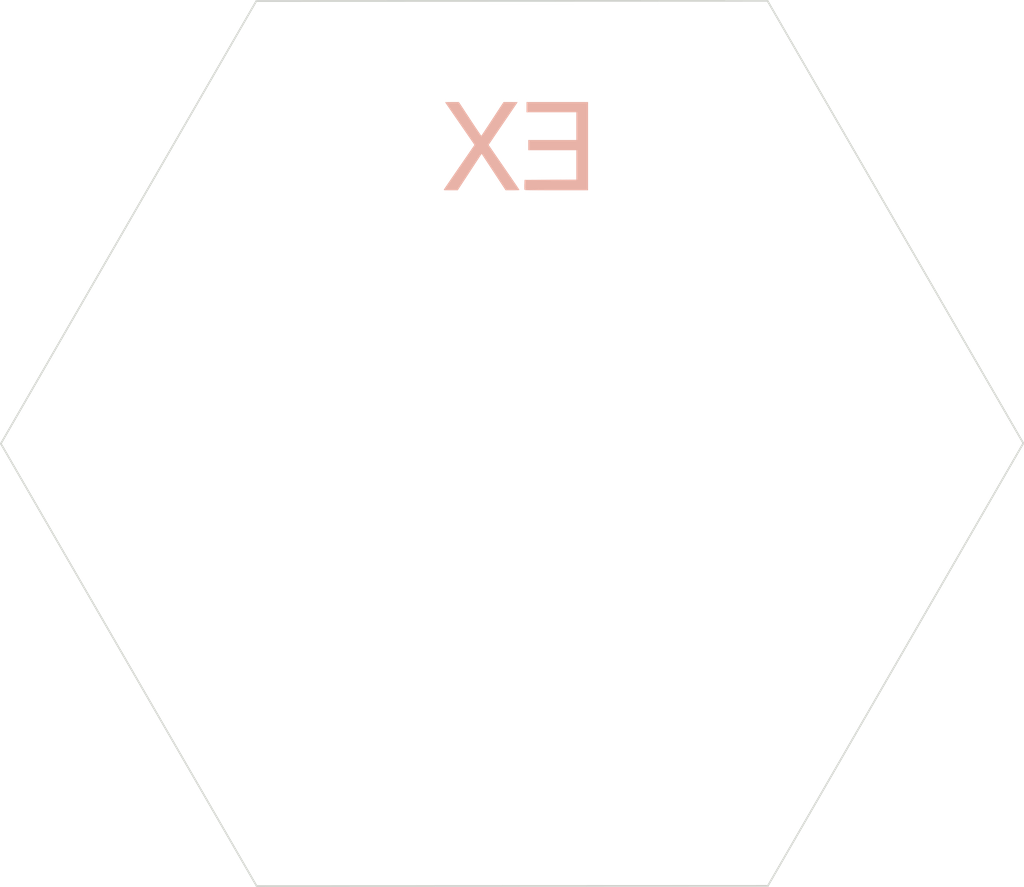
<source format=kicad_pcb>
(kicad_pcb (version 20171130) (host pcbnew 5.1.5+dfsg1-2build2)

  (general
    (thickness 1.6)
    (drawings 7)
    (tracks 0)
    (zones 0)
    (modules 2)
    (nets 1)
  )

  (page A4)
  (layers
    (0 F.Cu signal)
    (31 B.Cu signal)
    (32 B.Adhes user)
    (33 F.Adhes user)
    (34 B.Paste user)
    (35 F.Paste user)
    (36 B.SilkS user)
    (37 F.SilkS user)
    (38 B.Mask user)
    (39 F.Mask user)
    (40 Dwgs.User user)
    (41 Cmts.User user)
    (42 Eco1.User user)
    (43 Eco2.User user)
    (44 Edge.Cuts user)
    (45 Margin user)
    (46 B.CrtYd user)
    (47 F.CrtYd user)
    (48 B.Fab user)
    (49 F.Fab user)
  )

  (setup
    (last_trace_width 0.25)
    (trace_clearance 0.2)
    (zone_clearance 0.508)
    (zone_45_only no)
    (trace_min 0.2)
    (via_size 0.6)
    (via_drill 0.4)
    (via_min_size 0.4)
    (via_min_drill 0.3)
    (uvia_size 0.3)
    (uvia_drill 0.1)
    (uvias_allowed no)
    (uvia_min_size 0.2)
    (uvia_min_drill 0.1)
    (edge_width 0.15)
    (segment_width 0.2)
    (pcb_text_width 0.3)
    (pcb_text_size 1.5 1.5)
    (mod_edge_width 0.15)
    (mod_text_size 1 1)
    (mod_text_width 0.15)
    (pad_size 1.524 1.524)
    (pad_drill 0.762)
    (pad_to_mask_clearance 0.2)
    (aux_axis_origin 0 0)
    (visible_elements FFFFFF7F)
    (pcbplotparams
      (layerselection 0x010f0_ffffffff)
      (usegerberextensions false)
      (usegerberattributes false)
      (usegerberadvancedattributes false)
      (creategerberjobfile false)
      (excludeedgelayer true)
      (linewidth 0.100000)
      (plotframeref false)
      (viasonmask false)
      (mode 1)
      (useauxorigin false)
      (hpglpennumber 1)
      (hpglpenspeed 20)
      (hpglpendiameter 15.000000)
      (psnegative false)
      (psa4output false)
      (plotreference true)
      (plotvalue true)
      (plotinvisibletext false)
      (padsonsilk false)
      (subtractmaskfromsilk false)
      (outputformat 1)
      (mirror false)
      (drillshape 0)
      (scaleselection 1)
      (outputdirectory "gerbers/"))
  )

  (net 0 "")

  (net_class Default "This is the default net class."
    (clearance 0.2)
    (trace_width 0.25)
    (via_dia 0.6)
    (via_drill 0.4)
    (uvia_dia 0.3)
    (uvia_drill 0.1)
  )

  (module LOGO (layer F.Cu) (tedit 0) (tstamp 0)
    (at 0 0)
    (fp_text reference G*** (at 0 0) (layer F.SilkS) hide
      (effects (font (size 1.524 1.524) (thickness 0.3)))
    )
    (fp_text value LOGO (at 0.75 0) (layer F.SilkS) hide
      (effects (font (size 1.524 1.524) (thickness 0.3)))
    )
    (fp_poly (pts (xy -2.466389 -19.008386) (xy -2.345452 -18.824636) (xy -2.231295 -18.652196) (xy -2.126035 -18.494199)
      (xy -2.031794 -18.353779) (xy -1.95069 -18.23407) (xy -1.884844 -18.138205) (xy -1.836375 -18.069317)
      (xy -1.807402 -18.030541) (xy -1.799834 -18.023004) (xy -1.785937 -18.041864) (xy -1.751058 -18.092967)
      (xy -1.69733 -18.173089) (xy -1.626887 -18.279008) (xy -1.541863 -18.407502) (xy -1.444392 -18.555349)
      (xy -1.336607 -18.719325) (xy -1.220644 -18.896209) (xy -1.141561 -19.017085) (xy -0.497416 -20.002433)
      (xy -0.089958 -20.002467) (xy 0.036143 -20.002058) (xy 0.146378 -20.000899) (xy 0.234288 -19.999125)
      (xy 0.293414 -19.99687) (xy 0.317299 -19.994268) (xy 0.3175 -19.993999) (xy 0.305879 -19.975554)
      (xy 0.272281 -19.924951) (xy 0.218604 -19.844994) (xy 0.146744 -19.738485) (xy 0.058601 -19.608224)
      (xy -0.043928 -19.457015) (xy -0.158946 -19.287659) (xy -0.284555 -19.102958) (xy -0.418857 -18.905714)
      (xy -0.529166 -18.743874) (xy -0.668966 -18.538741) (xy -0.801562 -18.343947) (xy -0.925057 -18.162293)
      (xy -1.037553 -17.996582) (xy -1.137152 -17.849617) (xy -1.221957 -17.7242) (xy -1.29007 -17.623134)
      (xy -1.339593 -17.549221) (xy -1.368629 -17.505264) (xy -1.375833 -17.493568) (xy -1.364108 -17.475183)
      (xy -1.330176 -17.424693) (xy -1.275899 -17.344816) (xy -1.203143 -17.238271) (xy -1.113771 -17.107775)
      (xy -1.009647 -16.956047) (xy -0.892634 -16.785806) (xy -0.764596 -16.599769) (xy -0.627398 -16.400656)
      (xy -0.482903 -16.191184) (xy -0.47625 -16.181544) (xy -0.331376 -15.971383) (xy -0.193725 -15.771189)
      (xy -0.065166 -15.58371) (xy 0.052434 -15.411693) (xy 0.157208 -15.257886) (xy 0.247287 -15.125037)
      (xy 0.320806 -15.015893) (xy 0.375895 -14.933202) (xy 0.410687 -14.879712) (xy 0.423316 -14.858171)
      (xy 0.423334 -14.858018) (xy 0.402923 -14.850975) (xy 0.34469 -14.845214) (xy 0.253133 -14.840962)
      (xy 0.13275 -14.838445) (xy 0.023652 -14.837833) (xy -0.37603 -14.837833) (xy -1.080101 -15.907981)
      (xy -1.784173 -16.97813) (xy -2.07246 -16.53769) (xy -2.157809 -16.407307) (xy -2.260653 -16.250214)
      (xy -2.375293 -16.075116) (xy -2.496032 -15.890715) (xy -2.617169 -15.705716) (xy -2.733007 -15.528822)
      (xy -2.773138 -15.467541) (xy -3.185529 -14.837833) (xy -3.595279 -14.837833) (xy -3.736905 -14.838122)
      (xy -3.841437 -14.839293) (xy -3.914112 -14.841801) (xy -3.960166 -14.846103) (xy -3.984837 -14.852654)
      (xy -3.993361 -14.861911) (xy -3.991783 -14.872351) (xy -3.977867 -14.895007) (xy -3.941781 -14.94967)
      (xy -3.88544 -15.033534) (xy -3.810758 -15.143792) (xy -3.719649 -15.277637) (xy -3.614028 -15.432262)
      (xy -3.495808 -15.604859) (xy -3.366904 -15.792623) (xy -3.22923 -15.992744) (xy -3.089935 -16.19483)
      (xy -2.946064 -16.403501) (xy -2.809417 -16.601969) (xy -2.681869 -16.787493) (xy -2.565296 -16.957332)
      (xy -2.461572 -17.108745) (xy -2.372574 -17.238992) (xy -2.300176 -17.345332) (xy -2.246254 -17.425026)
      (xy -2.212682 -17.475332) (xy -2.201333 -17.493485) (xy -2.213081 -17.512212) (xy -2.247047 -17.562926)
      (xy -2.301313 -17.642838) (xy -2.373964 -17.749155) (xy -2.463083 -17.879085) (xy -2.566751 -18.029838)
      (xy -2.683054 -18.198621) (xy -2.810073 -18.382644) (xy -2.945893 -18.579114) (xy -3.058583 -18.741913)
      (xy -3.200025 -18.946289) (xy -3.334185 -19.140448) (xy -3.459148 -19.321598) (xy -3.572995 -19.486945)
      (xy -3.673811 -19.633695) (xy -3.759678 -19.759054) (xy -3.828678 -19.86023) (xy -3.878895 -19.934429)
      (xy -3.908412 -19.978857) (xy -3.915833 -19.991073) (xy -3.895755 -19.994647) (xy -3.839876 -19.997764)
      (xy -3.754726 -20.000236) (xy -3.646835 -20.001877) (xy -3.522735 -20.002499) (xy -3.517325 -20.0025)
      (xy -3.118816 -20.0025) (xy -2.466389 -19.008386)) (layer B.SilkS) (width 0.01))
    (fp_poly (pts (xy 4.445 -14.837833) (xy 2.592253 -14.837833) (xy 2.260029 -14.837935) (xy 1.967813 -14.838262)
      (xy 1.713278 -14.83885) (xy 1.4941 -14.839733) (xy 1.307952 -14.840945) (xy 1.152509 -14.842521)
      (xy 1.025445 -14.844496) (xy 0.924434 -14.846902) (xy 0.847151 -14.849776) (xy 0.791271 -14.853151)
      (xy 0.754467 -14.857062) (xy 0.734414 -14.861543) (xy 0.728922 -14.865411) (xy 0.725378 -14.896079)
      (xy 0.723283 -14.960099) (xy 0.722775 -15.048511) (xy 0.723992 -15.152354) (xy 0.724295 -15.167036)
      (xy 0.73025 -15.441083) (xy 2.248959 -15.446515) (xy 3.767667 -15.451947) (xy 3.767667 -17.187333)
      (xy 0.9525 -17.187333) (xy 0.9525 -17.78) (xy 3.767667 -17.78) (xy 3.767667 -19.409833)
      (xy 0.846667 -19.409833) (xy 0.846667 -20.0025) (xy 4.445 -20.0025) (xy 4.445 -14.837833)) (layer B.SilkS) (width 0.01))
  )

  (module LOGO (layer F.Cu) (tedit 0) (tstamp 0)
    (at 0 0)
    (fp_text reference G*** (at 0 0) (layer F.SilkS) hide
      (effects (font (size 1.524 1.524) (thickness 0.3)))
    )
    (fp_text value LOGO (at 0.75 0) (layer F.SilkS) hide
      (effects (font (size 1.524 1.524) (thickness 0.3)))
    )
    (fp_poly (pts (xy 22.458494 -12.977161) (xy 22.856046 -12.289173) (xy 23.248338 -11.61022) (xy 23.634839 -10.941225)
      (xy 24.015015 -10.283111) (xy 24.388334 -9.636802) (xy 24.754263 -9.003221) (xy 25.112269 -8.383293)
      (xy 25.46182 -7.777941) (xy 25.802382 -7.188088) (xy 26.133424 -6.614659) (xy 26.454412 -6.058576)
      (xy 26.764813 -5.520764) (xy 27.064095 -5.002145) (xy 27.351725 -4.503644) (xy 27.627171 -4.026185)
      (xy 27.889899 -3.57069) (xy 28.139376 -3.138084) (xy 28.375071 -2.72929) (xy 28.59645 -2.345231)
      (xy 28.802981 -1.986832) (xy 28.99413 -1.655016) (xy 29.169366 -1.350706) (xy 29.328154 -1.074827)
      (xy 29.469964 -0.828301) (xy 29.594261 -0.612053) (xy 29.700513 -0.427006) (xy 29.788188 -0.274083)
      (xy 29.856752 -0.154209) (xy 29.905673 -0.068307) (xy 29.934418 -0.0173) (xy 29.942599 -0.001994)
      (xy 29.928875 0.022299) (xy 29.894732 0.081968) (xy 29.840821 0.175887) (xy 29.767792 0.302926)
      (xy 29.676296 0.461959) (xy 29.566983 0.651857) (xy 29.440504 0.871493) (xy 29.29751 1.119739)
      (xy 29.138651 1.395467) (xy 28.964578 1.69755) (xy 28.775942 2.02486) (xy 28.573393 2.376269)
      (xy 28.357581 2.750649) (xy 28.129159 3.146873) (xy 27.888775 3.563812) (xy 27.637081 4.00034)
      (xy 27.374728 4.455328) (xy 27.102365 4.927648) (xy 26.820645 5.416173) (xy 26.530216 5.919776)
      (xy 26.231731 6.437328) (xy 25.925839 6.967701) (xy 25.613192 7.509768) (xy 25.294439 8.062401)
      (xy 24.970232 8.624473) (xy 24.641221 9.194855) (xy 24.308057 9.772421) (xy 23.97139 10.356041)
      (xy 23.631872 10.944588) (xy 23.290152 11.536936) (xy 22.946881 12.131955) (xy 22.602711 12.728518)
      (xy 22.258291 13.325498) (xy 21.914272 13.921766) (xy 21.571306 14.516195) (xy 21.230041 15.107658)
      (xy 20.89113 15.695025) (xy 20.555223 16.277171) (xy 20.222971 16.852966) (xy 19.895023 17.421283)
      (xy 19.572031 17.980995) (xy 19.254645 18.530974) (xy 18.943517 19.070091) (xy 18.639296 19.59722)
      (xy 18.342634 20.111232) (xy 18.05418 20.611) (xy 17.774586 21.095395) (xy 17.504502 21.563291)
      (xy 17.244579 22.013559) (xy 16.995467 22.445072) (xy 16.757818 22.856702) (xy 16.532281 23.247321)
      (xy 16.319508 23.615802) (xy 16.120149 23.961016) (xy 15.934854 24.281836) (xy 15.764275 24.577135)
      (xy 15.609062 24.845784) (xy 15.469865 25.086655) (xy 15.347335 25.298622) (xy 15.242124 25.480556)
      (xy 15.154881 25.631329) (xy 15.086257 25.749814) (xy 15.036903 25.834883) (xy 15.007469 25.885408)
      (xy 14.998556 25.900407) (xy 14.985995 25.902054) (xy 14.951092 25.903648) (xy 14.893208 25.905191)
      (xy 14.811707 25.906684) (xy 14.70595 25.908129) (xy 14.5753 25.909528) (xy 14.419117 25.910881)
      (xy 14.236764 25.91219) (xy 14.027603 25.913457) (xy 13.790997 25.914683) (xy 13.526307 25.915869)
      (xy 13.232894 25.917018) (xy 12.910123 25.91813) (xy 12.557353 25.919206) (xy 12.173947 25.920249)
      (xy 11.759268 25.92126) (xy 11.312677 25.92224) (xy 10.833536 25.923191) (xy 10.321207 25.924114)
      (xy 9.775053 25.92501) (xy 9.194435 25.925881) (xy 8.578716 25.926729) (xy 7.927256 25.927555)
      (xy 7.239419 25.92836) (xy 6.514567 25.929146) (xy 5.752061 25.929914) (xy 4.951263 25.930665)
      (xy 4.111536 25.931402) (xy 3.232241 25.932126) (xy 2.31274 25.932837) (xy 1.352396 25.933538)
      (xy 0.350571 25.93423) (xy 0.005399 25.934461) (xy -14.964619 25.944357) (xy -15.0454 25.80447)
      (xy -15.060244 25.778779) (xy -15.095725 25.717376) (xy -15.1513 25.621202) (xy -15.226423 25.4912)
      (xy -15.320553 25.32831) (xy -15.433143 25.133475) (xy -15.563651 24.907634) (xy -15.711532 24.651731)
      (xy -15.876242 24.366706) (xy -16.057237 24.053501) (xy -16.253974 23.713056) (xy -16.465907 23.346315)
      (xy -16.692493 22.954217) (xy -16.933189 22.537705) (xy -17.187449 22.09772) (xy -17.45473 21.635203)
      (xy -17.734488 21.151096) (xy -18.026179 20.64634) (xy -18.329259 20.121877) (xy -18.643183 19.578648)
      (xy -18.967408 19.017594) (xy -19.30139 18.439657) (xy -19.644584 17.845779) (xy -19.996447 17.236901)
      (xy -20.356434 16.613963) (xy -20.724002 15.977909) (xy -21.098607 15.329679) (xy -21.479703 14.670214)
      (xy -21.866748 14.000456) (xy -22.259198 13.321346) (xy -22.531452 12.850228) (xy -22.926765 12.166129)
      (xy -23.316834 11.491039) (xy -23.701121 10.825889) (xy -24.07909 10.171608) (xy -24.450205 9.529127)
      (xy -24.81393 8.899375) (xy -25.169727 8.283283) (xy -25.51706 7.68178) (xy -25.855393 7.095797)
      (xy -26.18419 6.526264) (xy -26.502913 5.974111) (xy -26.811027 5.440267) (xy -27.107995 4.925663)
      (xy -27.393281 4.431229) (xy -27.666347 3.957895) (xy -27.926658 3.506592) (xy -28.173678 3.078248)
      (xy -28.406869 2.673794) (xy -28.625695 2.29416) (xy -28.82962 1.940277) (xy -29.018107 1.613074)
      (xy -29.19062 1.313481) (xy -29.346623 1.042428) (xy -29.485578 0.800846) (xy -29.60695 0.589664)
      (xy -29.710201 0.409813) (xy -29.794797 0.262222) (xy -29.860199 0.147822) (xy -29.905872 0.067543)
      (xy -29.931279 0.022314) (xy -29.936722 0.011976) (xy -29.926251 -0.007257) (xy -29.89527 -0.062028)
      (xy -29.844431 -0.151209) (xy -29.774384 -0.273673) (xy -29.685778 -0.42829) (xy -29.579264 -0.613935)
      (xy -29.455493 -0.829478) (xy -29.315115 -1.073791) (xy -29.158779 -1.345748) (xy -28.987137 -1.644219)
      (xy -28.800838 -1.968078) (xy -28.600534 -2.316196) (xy -28.386873 -2.687445) (xy -28.160507 -3.080697)
      (xy -27.922086 -3.494825) (xy -27.672259 -3.928701) (xy -27.411678 -4.381197) (xy -27.140993 -4.851184)
      (xy -26.860854 -5.337535) (xy -26.57191 -5.839123) (xy -26.274814 -6.354818) (xy -25.970214 -6.883494)
      (xy -25.658761 -7.424022) (xy -25.341106 -7.975275) (xy -25.017898 -8.536125) (xy -24.689788 -9.105443)
      (xy -24.357426 -9.682102) (xy -24.021464 -10.264974) (xy -23.682549 -10.852931) (xy -23.341334 -11.444845)
      (xy -22.998469 -12.039589) (xy -22.654603 -12.636034) (xy -22.310387 -13.233052) (xy -21.966472 -13.829517)
      (xy -21.623507 -14.424299) (xy -21.282143 -15.016271) (xy -20.94303 -15.604304) (xy -20.606819 -16.187272)
      (xy -20.274159 -16.764046) (xy -19.945702 -17.333499) (xy -19.622097 -17.894501) (xy -19.303994 -18.445927)
      (xy -18.992045 -18.986647) (xy -18.686899 -19.515534) (xy -18.389206 -20.031459) (xy -18.099617 -20.533296)
      (xy -17.818782 -21.019915) (xy -17.547352 -21.49019) (xy -17.285976 -21.942992) (xy -17.035305 -22.377194)
      (xy -16.79599 -22.791667) (xy -16.56868 -23.185284) (xy -16.354026 -23.556917) (xy -16.152678 -23.905437)
      (xy -15.965287 -24.229717) (xy -15.792502 -24.52863) (xy -15.634975 -24.801046) (xy -15.493354 -25.045839)
      (xy -15.368292 -25.261881) (xy -15.260437 -25.448043) (xy -15.17044 -25.603197) (xy -15.098952 -25.726217)
      (xy -15.046623 -25.815973) (xy -15.014103 -25.871338) (xy -15.002117 -25.891096) (xy -14.998195 -25.893284)
      (xy -14.989316 -25.89538) (xy -14.97457 -25.897387) (xy -14.95305 -25.899306) (xy -14.923848 -25.90114)
      (xy -14.886053 -25.902893) (xy -14.838758 -25.904566) (xy -14.781055 -25.906161) (xy -14.712034 -25.907683)
      (xy -14.630788 -25.909132) (xy -14.536407 -25.910511) (xy -14.427984 -25.911823) (xy -14.304609 -25.913071)
      (xy -14.165374 -25.914257) (xy -14.009371 -25.915383) (xy -13.835691 -25.916452) (xy -13.643425 -25.917467)
      (xy -13.431665 -25.91843) (xy -13.199503 -25.919343) (xy -12.946029 -25.920209) (xy -12.670336 -25.92103)
      (xy -12.371514 -25.92181) (xy -12.048656 -25.92255) (xy -11.700853 -25.923253) (xy -11.327195 -25.923922)
      (xy -10.926775 -25.924559) (xy -10.498685 -25.925166) (xy -10.042015 -25.925746) (xy -9.555856 -25.926302)
      (xy -9.039302 -25.926836) (xy -8.491442 -25.927351) (xy -7.911369 -25.927849) (xy -7.298173 -25.928332)
      (xy -6.650947 -25.928803) (xy -5.968782 -25.929265) (xy -5.250769 -25.929721) (xy -4.496 -25.930172)
      (xy -3.703565 -25.930621) (xy -2.872558 -25.93107) (xy -2.002068 -25.931523) (xy -1.091188 -25.931982)
      (xy -0.13901 -25.932448) (xy -0.003842 -25.932514) (xy 14.967732 -25.93975) (xy 22.458494 -12.977161)) (layer F.Mask) (width 0.01))
  )

  (gr_line (start 14.9801 25.9228) (end -14.9596 25.9346) (layer Edge.Cuts) (width 0.1))
  (gr_line (start -14.9596 25.9346) (end -29.9397 0.012) (layer Edge.Cuts) (width 0.1))
  (gr_line (start -29.9397 0.012) (end -14.9801 -25.9224) (layer Edge.Cuts) (width 0.1))
  (gr_line (start -14.9801 -25.9224) (end 14.9596 -25.9342) (layer Edge.Cuts) (width 0.1))
  (gr_line (start 14.9596 -25.9342) (end 29.9397 -0.0116) (layer Edge.Cuts) (width 0.1))
  (gr_line (start 29.9397 -0.0116) (end 14.9801 25.9228) (layer Edge.Cuts) (width 0.1))
  (gr_line (start 14.9801 25.9228) (end 14.9801 25.9228) (layer Edge.Cuts) (width 0.1))

)

</source>
